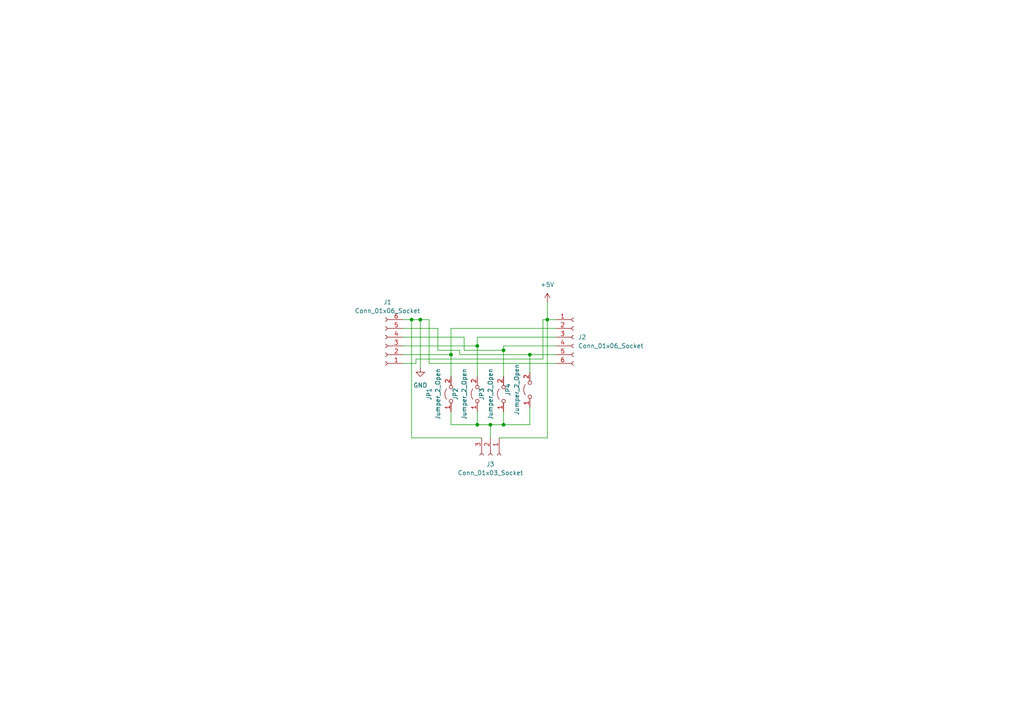
<source format=kicad_sch>
(kicad_sch (version 20231120) (generator "eeschema") (generator_version "8.0")
  (paper "A4")
  (lib_symbols
    (symbol "Connector:Conn_01x03_Socket" (pin_names (offset 1.016) hide)
      (property "Reference" "J" (at 0 5.08 0))
      (property "Value" "Conn_01x03_Socket" (at 0 -5.08 0))
      (symbol "Conn_01x03_Socket_1_1"
        (arc (start 0 -2.032) (mid -0.5058 -2.54) (end 0 -3.048) (stroke (width 0.1524)))
        (polyline (pts (xy -1.27 -2.54) (xy -0.508 -2.54)) (stroke (width 0.1524)))
        (polyline (pts (xy -1.27 0) (xy -0.508 0)) (stroke (width 0.1524)))
        (polyline (pts (xy -1.27 2.54) (xy -0.508 2.54)) (stroke (width 0.1524)))
        (arc (start 0 0.508) (mid -0.5058 0) (end 0 -0.508) (stroke (width 0.1524)))
        (arc (start 0 3.048) (mid -0.5058 2.54) (end 0 2.032) (stroke (width 0.1524)))
        (pin passive line (at -5.08 2.54 0) (length 3.81) (name "Pin_1") (number "1"))
        (pin passive line (at -5.08 0 0) (length 3.81) (name "Pin_2") (number "2"))
        (pin passive line (at -5.08 -2.54 0) (length 3.81) (name "Pin_3") (number "3"))
      )
    )
    (symbol "Connector:Conn_01x06_Socket" (pin_names (offset 1.016) hide)
      (property "Reference" "J" (at 0 7.62 0))
      (property "Value" "Conn_01x06_Socket" (at 0 -10.16 0))
      (symbol "Conn_01x06_Socket_1_1"
        (arc (start 0 -7.112) (mid -0.5058 -7.62) (end 0 -8.128) (stroke (width 0.1524)))
        (arc (start 0 -4.572) (mid -0.5058 -5.08) (end 0 -5.588) (stroke (width 0.1524)))
        (arc (start 0 -2.032) (mid -0.5058 -2.54) (end 0 -3.048) (stroke (width 0.1524)))
        (polyline (pts (xy -1.27 -7.62) (xy -0.508 -7.62)) (stroke (width 0.1524)))
        (polyline (pts (xy -1.27 -5.08) (xy -0.508 -5.08)) (stroke (width 0.1524)))
        (polyline (pts (xy -1.27 -2.54) (xy -0.508 -2.54)) (stroke (width 0.1524)))
        (polyline (pts (xy -1.27 0) (xy -0.508 0)) (stroke (width 0.1524)))
        (polyline (pts (xy -1.27 2.54) (xy -0.508 2.54)) (stroke (width 0.1524)))
        (polyline (pts (xy -1.27 5.08) (xy -0.508 5.08)) (stroke (width 0.1524)))
        (arc (start 0 0.508) (mid -0.5058 0) (end 0 -0.508) (stroke (width 0.1524)))
        (arc (start 0 3.048) (mid -0.5058 2.54) (end 0 2.032) (stroke (width 0.1524)))
        (arc (start 0 5.588) (mid -0.5058 5.08) (end 0 4.572) (stroke (width 0.1524)))
        (pin passive line (at -5.08 5.08 0) (length 3.81) (name "Pin_1") (number "1"))
        (pin passive line (at -5.08 2.54 0) (length 3.81) (name "Pin_2") (number "2"))
        (pin passive line (at -5.08 0 0) (length 3.81) (name "Pin_3") (number "3"))
        (pin passive line (at -5.08 -2.54 0) (length 3.81) (name "Pin_4") (number "4"))
        (pin passive line (at -5.08 -5.08 0) (length 3.81) (name "Pin_5") (number "5"))
        (pin passive line (at -5.08 -7.62 0) (length 3.81) (name "Pin_6") (number "6"))
      )
    )
    (symbol "Jumper:Jumper_2_Open" (pin_names (offset 0) hide)
      (property "Reference" "JP" (at 0 2.794 0))
      (property "Value" "Jumper_2_Open" (at 0 -2.286 0))
      (symbol "Jumper_2_Open_0_0"
        (circle (center -2.032 0) (radius 0.508))
        (circle (center 2.032 0) (radius 0.508))
      )
      (symbol "Jumper_2_Open_0_1"
        (arc (start 1.524 1.27) (mid 0 1.778) (end -1.524 1.27))
      )
      (symbol "Jumper_2_Open_1_1"
        (pin passive line (at -5.08 0 0) (length 2.54) (name "A") (number "1"))
        (pin passive line (at 5.08 0 180) (length 2.54) (name "B") (number "2"))
      )
    )
    (symbol "power:+5V" (power) (pin_numbers hide) (pin_names (offset 0) hide)
      (property "Value" "+5V" (at 0 3.556 0))
      (symbol "+5V_0_1"
        (polyline (pts (xy -0.762 1.27) (xy 0 2.54)))
        (polyline (pts (xy 0 0) (xy 0 2.54)))
        (polyline (pts (xy 0 2.54) (xy 0.762 1.27)))
      )
      (symbol "+5V_1_1"
        (pin power_in line (at 0 0 90) (length 0) (name "~") (number "1"))
      )
    )
    (symbol "power:GND" (power) (pin_numbers hide) (pin_names (offset 0) hide)
      (property "Value" "GND" (at 0 -3.81 0))
      (symbol "GND_0_1"
        (polyline (pts (xy 0 0) (xy 0 -1.27) (xy 1.27 -1.27) (xy 0 -2.54) (xy -1.27 -1.27) (xy 0 -1.27)))
      )
      (symbol "GND_1_1"
        (pin power_in line (at 0 0 270) (length 0) (name "~") (number "1"))
      )
    )
  )
  (junction (at 119.38 92.71))
  (junction (at 121.92 92.71))
  (junction (at 138.43 123.19))
  (junction (at 153.67 102.87))
  (junction (at 146.05 123.19))
  (junction (at 138.43 100.33))
  (junction (at 142.24 123.19))
  (junction (at 130.81 102.87))
  (junction (at 146.05 101.6))
  (junction (at 158.75 92.71))
  (wire (pts (xy 134.62 97.79) (xy 134.62 101.6)))
  (wire (pts (xy 142.24 123.19) (xy 146.05 123.19)))
  (wire (pts (xy 116.84 97.79) (xy 134.62 97.79)))
  (wire (pts (xy 138.43 100.33) (xy 138.43 109.22)))
  (wire (pts (xy 158.75 92.71) (xy 158.75 87.63)))
  (wire (pts (xy 130.81 95.25) (xy 130.81 102.87)))
  (wire (pts (xy 120.65 105.41) (xy 116.84 105.41)))
  (wire (pts (xy 138.43 97.79) (xy 138.43 100.33)))
  (wire (pts (xy 133.35 102.87) (xy 153.67 102.87)))
  (wire (pts (xy 138.43 123.19) (xy 142.24 123.19)))
  (wire (pts (xy 146.05 100.33) (xy 146.05 101.6)))
  (wire (pts (xy 130.81 102.87) (xy 130.81 109.22)))
  (wire (pts (xy 153.67 102.87) (xy 153.67 107.95)))
  (wire (pts (xy 157.48 104.14) (xy 120.65 104.14)))
  (wire (pts (xy 121.92 92.71) (xy 119.38 92.71)))
  (wire (pts (xy 119.38 127) (xy 119.38 92.71)))
  (wire (pts (xy 157.48 92.71) (xy 158.75 92.71)))
  (wire (pts (xy 116.84 92.71) (xy 119.38 92.71)))
  (wire (pts (xy 127 95.25) (xy 127 101.6)))
  (wire (pts (xy 146.05 123.19) (xy 153.67 123.19)))
  (wire (pts (xy 153.67 118.11) (xy 153.67 123.19)))
  (wire (pts (xy 139.7 127) (xy 119.38 127)))
  (wire (pts (xy 120.65 104.14) (xy 120.65 105.41)))
  (wire (pts (xy 116.84 95.25) (xy 127 95.25)))
  (wire (pts (xy 134.62 101.6) (xy 146.05 101.6)))
  (wire (pts (xy 133.35 101.6) (xy 133.35 102.87)))
  (wire (pts (xy 116.84 100.33) (xy 138.43 100.33)))
  (wire (pts (xy 130.81 119.38) (xy 130.81 123.19)))
  (wire (pts (xy 146.05 100.33) (xy 161.29 100.33)))
  (wire (pts (xy 130.81 95.25) (xy 161.29 95.25)))
  (wire (pts (xy 124.46 105.41) (xy 161.29 105.41)))
  (wire (pts (xy 121.92 92.71) (xy 121.92 106.68)))
  (wire (pts (xy 146.05 101.6) (xy 146.05 109.22)))
  (wire (pts (xy 116.84 102.87) (xy 130.81 102.87)))
  (wire (pts (xy 144.78 127) (xy 158.75 127)))
  (wire (pts (xy 153.67 102.87) (xy 161.29 102.87)))
  (wire (pts (xy 124.46 92.71) (xy 121.92 92.71)))
  (wire (pts (xy 158.75 92.71) (xy 158.75 127)))
  (wire (pts (xy 146.05 119.38) (xy 146.05 123.19)))
  (wire (pts (xy 138.43 119.38) (xy 138.43 123.19)))
  (wire (pts (xy 157.48 92.71) (xy 157.48 104.14)))
  (wire (pts (xy 158.75 92.71) (xy 161.29 92.71)))
  (wire (pts (xy 130.81 123.19) (xy 138.43 123.19)))
  (wire (pts (xy 138.43 97.79) (xy 161.29 97.79)))
  (wire (pts (xy 124.46 105.41) (xy 124.46 92.71)))
  (wire (pts (xy 142.24 123.19) (xy 142.24 127)))
  (wire (pts (xy 127 101.6) (xy 133.35 101.6)))
  (symbol (lib_id "Jumper:Jumper_2_Open") (at 146.05 114.3 90) (unit 1)
    (property "Reference" "JP3" (at 139.7 114.3 0))
    (property "Value" "Jumper_2_Open" (at 142.24 114.3 0))
    (property "Footprint" "Jumper:SolderJumper-2_P1.3mm_Open_RoundedPad1.0x1.5mm" (effects (hide yes)))
    (property "Description" "Jumper, 2-pole, open" (effects (hide yes)))
  )
  (symbol (lib_id "Connector:Conn_01x06_Socket") (at 166.37 97.79 0) (unit 1)
    (property "Reference" "J2" (at 167.64 97.7899 0) (effects (justify left)))
    (property "Value" "Conn_01x06_Socket" (at 167.64 100.3299 0) (effects (justify left)))
    (property "Footprint" "Connector_JST:JST_XA_S06B-XASK-1N-BN_1x06_P2.50mm_Horizontal" (effects (hide yes)))
    (property "Description" "Generic connector, single row, 01x06, script generated" (effects (hide yes)))
  )
  (symbol (lib_id "Connector:Conn_01x06_Socket") (at 111.76 100.33 180) (unit 1)
    (property "Reference" "J1" (at 112.395 87.63 0))
    (property "Value" "Conn_01x06_Socket" (at 112.395 90.17 0))
    (property "Footprint" "Connector_JST:JST_XA_S06B-XASK-1N-BN_1x06_P2.50mm_Horizontal" (effects (hide yes)))
    (property "Description" "Generic connector, single row, 01x06, script generated" (effects (hide yes)))
  )
  (symbol (lib_id "Connector:Conn_01x03_Socket") (at 142.24 132.08 270) (unit 1)
    (property "Reference" "J3" (at 142.24 134.62 90))
    (property "Value" "Conn_01x03_Socket" (at 142.24 137.16 90))
    (property "Footprint" "Connector_PinHeader_2.00mm:PinHeader_1x03_P2.00mm_Vertical" (effects (hide yes)))
    (property "Description" "Generic connector, single row, 01x03, script generated" (effects (hide yes)))
  )
  (symbol (lib_id "Jumper:Jumper_2_Open") (at 153.67 113.03 90) (unit 1)
    (property "Reference" "JP4" (at 147.32 113.03 0))
    (property "Value" "Jumper_2_Open" (at 149.86 113.03 0))
    (property "Footprint" "Jumper:SolderJumper-2_P1.3mm_Open_RoundedPad1.0x1.5mm" (effects (hide yes)))
    (property "Description" "Jumper, 2-pole, open" (effects (hide yes)))
  )
  (symbol (lib_id "power:GND") (at 121.92 106.68 0) (unit 1)
    (property "Reference" "#PWR02" (effects (hide yes)))
    (property "Value" "GND" (at 121.92 111.76 0))
    (property "Description" "Power symbol creates a global label with name \"GND\" , ground" (effects (hide yes)))
  )
  (symbol (lib_id "Jumper:Jumper_2_Open") (at 138.43 114.3 90) (unit 1)
    (property "Reference" "JP2" (at 132.08 114.3 0))
    (property "Value" "Jumper_2_Open" (at 134.62 114.3 0))
    (property "Footprint" "Jumper:SolderJumper-2_P1.3mm_Open_RoundedPad1.0x1.5mm" (effects (hide yes)))
    (property "Description" "Jumper, 2-pole, open" (effects (hide yes)))
  )
  (symbol (lib_id "Jumper:Jumper_2_Open") (at 130.81 114.3 90) (unit 1)
    (property "Reference" "JP1" (at 124.46 114.3 0))
    (property "Value" "Jumper_2_Open" (at 127 114.3 0))
    (property "Footprint" "Jumper:SolderJumper-2_P1.3mm_Open_RoundedPad1.0x1.5mm" (effects (hide yes)))
    (property "Description" "Jumper, 2-pole, open" (effects (hide yes)))
  )
  (symbol (lib_id "power:+5V") (at 158.75 87.63 0) (unit 1)
    (property "Reference" "#PWR01" (effects (hide yes)))
    (property "Value" "+5V" (at 158.75 82.55 0))
    (property "Description" "Power symbol creates a global label with name \"+5V\"" (effects (hide yes)))
  )
)
</source>
